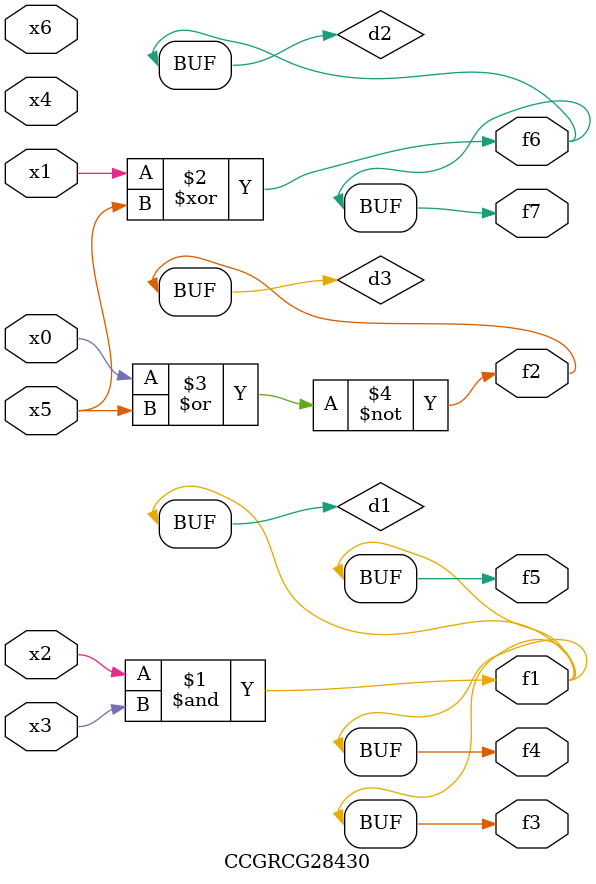
<source format=v>
module CCGRCG28430(
	input x0, x1, x2, x3, x4, x5, x6,
	output f1, f2, f3, f4, f5, f6, f7
);

	wire d1, d2, d3;

	and (d1, x2, x3);
	xor (d2, x1, x5);
	nor (d3, x0, x5);
	assign f1 = d1;
	assign f2 = d3;
	assign f3 = d1;
	assign f4 = d1;
	assign f5 = d1;
	assign f6 = d2;
	assign f7 = d2;
endmodule

</source>
